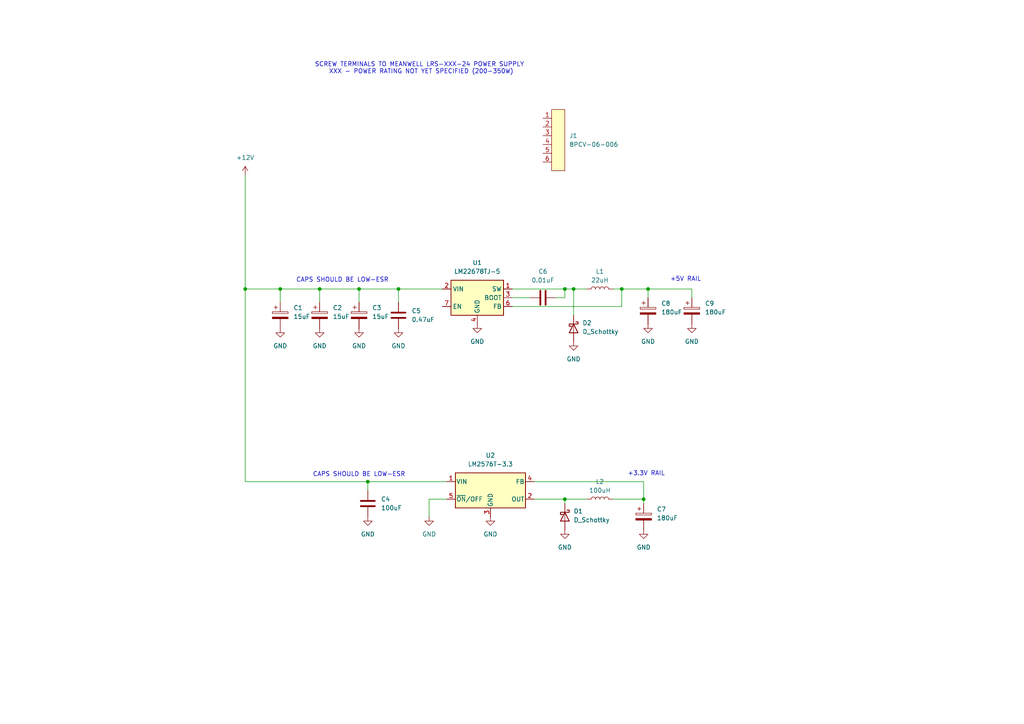
<source format=kicad_sch>
(kicad_sch (version 20231120) (generator "eeschema") (generator_version "8.0")
  (paper "A4")
  (lib_symbols
    (symbol "Device:C" (pin_numbers hide) (pin_names (offset 0.254))
      (property "Reference" "C" (at 0.635 2.54 0))
      (property "Value" "C" (at 0.635 -2.54 0))
      (symbol "C_0_1"
        (polyline (pts (xy -2.032 -0.762) (xy 2.032 -0.762)) (stroke (width 0.508)))
        (polyline (pts (xy -2.032 0.762) (xy 2.032 0.762)) (stroke (width 0.508)))
      )
      (symbol "C_1_1"
        (pin passive line (at 0 3.81 270) (length 2.794) (name "~") (number "1"))
        (pin passive line (at 0 -3.81 90) (length 2.794) (name "~") (number "2"))
      )
    )
    (symbol "Device:C_Polarized" (pin_numbers hide) (pin_names (offset 0.254))
      (property "Reference" "C" (at 0.635 2.54 0))
      (property "Value" "C_Polarized" (at 0.635 -2.54 0))
      (symbol "C_Polarized_0_1"
        (rectangle (start -2.286 0.508) (end 2.286 1.016))
        (polyline (pts (xy -1.778 2.286) (xy -0.762 2.286)))
        (polyline (pts (xy -1.27 2.794) (xy -1.27 1.778)))
        (rectangle (start 2.286 -0.508) (end -2.286 -1.016) (fill (type outline)))
      )
      (symbol "C_Polarized_1_1"
        (pin passive line (at 0 3.81 270) (length 2.794) (name "~") (number "1"))
        (pin passive line (at 0 -3.81 90) (length 2.794) (name "~") (number "2"))
      )
    )
    (symbol "Device:D_Schottky" (pin_numbers hide) (pin_names (offset 1.016) hide)
      (property "Reference" "D" (at 0 2.54 0))
      (property "Value" "D_Schottky" (at 0 -2.54 0))
      (symbol "D_Schottky_0_1"
        (polyline (pts (xy 1.27 0) (xy -1.27 0)))
        (polyline (pts (xy 1.27 1.27) (xy 1.27 -1.27) (xy -1.27 0) (xy 1.27 1.27)) (stroke (width 0.254)))
        (polyline (pts (xy -1.905 0.635) (xy -1.905 1.27) (xy -1.27 1.27) (xy -1.27 -1.27) (xy -0.635 -1.27) (xy -0.635 -0.635)) (stroke (width 0.254)))
      )
      (symbol "D_Schottky_1_1"
        (pin passive line (at -3.81 0 0) (length 2.54) (name "K") (number "1"))
        (pin passive line (at 3.81 0 180) (length 2.54) (name "A") (number "2"))
      )
    )
    (symbol "Device:L" (pin_numbers hide) (pin_names (offset 1.016) hide)
      (property "Reference" "L" (at -1.27 0 90))
      (property "Value" "L" (at 1.905 0 90))
      (symbol "L_0_1"
        (arc (start 0 -2.54) (mid 0.6323 -1.905) (end 0 -1.27))
        (arc (start 0 -1.27) (mid 0.6323 -0.635) (end 0 0))
        (arc (start 0 0) (mid 0.6323 0.635) (end 0 1.27))
        (arc (start 0 1.27) (mid 0.6323 1.905) (end 0 2.54))
      )
      (symbol "L_1_1"
        (pin passive line (at 0 3.81 270) (length 1.27) (name "1") (number "1"))
        (pin passive line (at 0 -3.81 90) (length 1.27) (name "2") (number "2"))
      )
    )
    (symbol "Regulator_Switching:LM22678TJ-5"
      (property "Reference" "U" (at -6.35 6.35 0))
      (property "Value" "LM22678TJ-5" (at 5.08 6.35 0))
      (symbol "LM22678TJ-5_0_1"
        (rectangle (start -7.62 5.08) (end 7.62 -5.08) (stroke (width 0.254)) (fill (type background)))
      )
      (symbol "LM22678TJ-5_1_1"
        (pin power_out line (at 10.16 2.54 180) (length 2.54) (name "SW") (number "1"))
        (pin power_in line (at -10.16 2.54 0) (length 2.54) (name "VIN") (number "2"))
        (pin passive line (at 10.16 0 180) (length 2.54) (name "BOOT") (number "3"))
        (pin power_in line (at 0 -7.62 90) (length 2.54) (name "GND") (number "4"))
        (pin no_connect line (at -7.62 0 0) (length 2.54) hide (name "NC") (number "5"))
        (pin input line (at 10.16 -2.54 180) (length 2.54) (name "FB") (number "6"))
        (pin input line (at -10.16 -2.54 0) (length 2.54) (name "EN") (number "7"))
        (pin passive line (at 0 -7.62 90) (length 2.54) hide (name "GND") (number "8"))
      )
    )
    (symbol "Regulator_Switching:LM2576T-3.3" (pin_names (offset 0.254))
      (property "Reference" "U" (at -10.16 6.35 0))
      (property "Value" "LM2576T-3.3" (at 0 6.35 0))
      (symbol "LM2576T-3.3_0_1"
        (rectangle (start -10.16 5.08) (end 10.16 -5.08) (stroke (width 0.254)) (fill (type background)))
      )
      (symbol "LM2576T-3.3_1_1"
        (pin power_in line (at -12.7 2.54 0) (length 2.54) (name "VIN") (number "1"))
        (pin output line (at 12.7 -2.54 180) (length 2.54) (name "OUT") (number "2"))
        (pin power_in line (at 0 -7.62 90) (length 2.54) (name "GND") (number "3"))
        (pin input line (at 12.7 2.54 180) (length 2.54) (name "FB") (number "4"))
        (pin input line (at -12.7 -2.54 0) (length 2.54) (name "~{ON}/OFF") (number "5"))
      )
    )
    (symbol "bh_part_library:8PCV-06-006" (in_bom no) (on_board no)
      (property "Reference" "J" (at 4.572 5.588 0))
      (property "Value" "8PCV-06-006" (at 5.08 3.048 0))
      (symbol "8PCV-06-006_1_1"
        (rectangle (start 2.54 -1.27) (end 6.35 -19.05) (fill (type background)))
        (pin power_in line (at 0 -3.81 0) (length 2.54) (name "") (number "1"))
        (pin power_in line (at 0 -6.35 0) (length 2.54) (name "") (number "2"))
        (pin power_in line (at 0 -8.89 0) (length 2.54) (name "") (number "3"))
        (pin power_in line (at 0 -11.43 0) (length 2.54) (name "") (number "4"))
        (pin power_in line (at 0 -13.97 0) (length 2.54) (name "") (number "5"))
        (pin power_in line (at 0 -16.51 0) (length 2.54) (name "") (number "6"))
      )
    )
    (symbol "power:+12V" (power) (pin_numbers hide) (pin_names (offset 0) hide)
      (property "Value" "+12V" (at 0 3.556 0))
      (symbol "+12V_0_1"
        (polyline (pts (xy -0.762 1.27) (xy 0 2.54)))
        (polyline (pts (xy 0 0) (xy 0 2.54)))
        (polyline (pts (xy 0 2.54) (xy 0.762 1.27)))
      )
      (symbol "+12V_1_1"
        (pin power_in line (at 0 0 90) (length 0) (name "~") (number "1"))
      )
    )
    (symbol "power:GND" (power) (pin_numbers hide) (pin_names (offset 0) hide)
      (property "Value" "GND" (at 0 -3.81 0))
      (symbol "GND_0_1"
        (polyline (pts (xy 0 0) (xy 0 -1.27) (xy 1.27 -1.27) (xy 0 -2.54) (xy -1.27 -1.27) (xy 0 -1.27)))
      )
      (symbol "GND_1_1"
        (pin power_in line (at 0 0 270) (length 0) (name "~") (number "1"))
      )
    )
  )
  (junction (at 71.12 83.82))
  (junction (at 186.69 144.78))
  (junction (at 92.71 83.82))
  (junction (at 104.14 83.82))
  (junction (at 163.83 83.82))
  (junction (at 187.96 83.82))
  (junction (at 166.37 83.82))
  (junction (at 180.34 83.82))
  (junction (at 106.68 139.7))
  (junction (at 115.57 83.82))
  (junction (at 163.83 144.78))
  (junction (at 81.28 83.82))
  (wire (pts (xy 106.68 139.7) (xy 106.68 142.24)))
  (wire (pts (xy 115.57 83.82) (xy 128.27 83.82)))
  (wire (pts (xy 187.96 83.82) (xy 200.66 83.82)))
  (wire (pts (xy 186.69 146.05) (xy 186.69 144.78)))
  (wire (pts (xy 154.94 139.7) (xy 186.69 139.7)))
  (wire (pts (xy 71.12 139.7) (xy 106.68 139.7)))
  (wire (pts (xy 177.8 83.82) (xy 180.34 83.82)))
  (wire (pts (xy 104.14 83.82) (xy 115.57 83.82)))
  (wire (pts (xy 81.28 83.82) (xy 92.71 83.82)))
  (wire (pts (xy 163.83 144.78) (xy 154.94 144.78)))
  (wire (pts (xy 177.8 144.78) (xy 186.69 144.78)))
  (wire (pts (xy 161.29 86.36) (xy 163.83 86.36)))
  (wire (pts (xy 163.83 146.05) (xy 163.83 144.78)))
  (wire (pts (xy 163.83 83.82) (xy 166.37 83.82)))
  (wire (pts (xy 200.66 83.82) (xy 200.66 86.36)))
  (wire (pts (xy 166.37 83.82) (xy 166.37 91.44)))
  (wire (pts (xy 71.12 83.82) (xy 81.28 83.82)))
  (wire (pts (xy 124.46 149.86) (xy 124.46 144.78)))
  (wire (pts (xy 115.57 83.82) (xy 115.57 87.63)))
  (wire (pts (xy 187.96 83.82) (xy 187.96 86.36)))
  (wire (pts (xy 186.69 139.7) (xy 186.69 144.78)))
  (wire (pts (xy 71.12 50.8) (xy 71.12 83.82)))
  (wire (pts (xy 148.59 86.36) (xy 153.67 86.36)))
  (wire (pts (xy 92.71 83.82) (xy 92.71 87.63)))
  (wire (pts (xy 166.37 83.82) (xy 170.18 83.82)))
  (wire (pts (xy 71.12 83.82) (xy 71.12 139.7)))
  (wire (pts (xy 148.59 83.82) (xy 163.83 83.82)))
  (wire (pts (xy 92.71 83.82) (xy 104.14 83.82)))
  (wire (pts (xy 106.68 139.7) (xy 129.54 139.7)))
  (wire (pts (xy 180.34 83.82) (xy 180.34 88.9)))
  (wire (pts (xy 163.83 144.78) (xy 170.18 144.78)))
  (wire (pts (xy 124.46 144.78) (xy 129.54 144.78)))
  (wire (pts (xy 180.34 88.9) (xy 148.59 88.9)))
  (wire (pts (xy 104.14 83.82) (xy 104.14 87.63)))
  (wire (pts (xy 81.28 83.82) (xy 81.28 87.63)))
  (wire (pts (xy 163.83 86.36) (xy 163.83 83.82)))
  (wire (pts (xy 180.34 83.82) (xy 187.96 83.82)))
  (text "+3.3V RAIL\n" (at 187.452 137.414 0) (effects (font (size 1.27 1.27))))
  (text "SCREW TERMINALS TO MEANWELL LRS-XXX-24 POWER SUPPLY \nXXX - POWER RATING NOT YET SPECIFIED (200-350W)\n" (at 122.174 19.812 0) (effects (font (size 1.27 1.27))))
  (text "CAPS SHOULD BE LOW-ESR\n" (at 99.314 81.28 0) (effects (font (size 1.27 1.27))))
  (text "+5V RAIL\n" (at 198.882 81.026 0) (effects (font (size 1.27 1.27))))
  (text "CAPS SHOULD BE LOW-ESR\n" (at 104.14 137.668 0) (effects (font (size 1.27 1.27))))
  (symbol (lib_id "power:GND") (at 106.68 149.86 0) (unit 1)
    (property "Reference" "#PWR05" (effects (hide yes)))
    (property "Value" "GND" (at 106.68 154.94 0))
    (property "Description" "Power symbol creates a global label with name \"GND\" , ground" (effects (hide yes)))
  )
  (symbol (lib_id "power:GND") (at 115.57 95.25 0) (unit 1)
    (property "Reference" "#PWR06" (effects (hide yes)))
    (property "Value" "GND" (at 115.57 100.33 0))
    (property "Description" "Power symbol creates a global label with name \"GND\" , ground" (effects (hide yes)))
  )
  (symbol (lib_id "power:GND") (at 104.14 95.25 0) (unit 1)
    (property "Reference" "#PWR04" (effects (hide yes)))
    (property "Value" "GND" (at 104.14 100.33 0))
    (property "Description" "Power symbol creates a global label with name \"GND\" , ground" (effects (hide yes)))
  )
  (symbol (lib_id "Device:C") (at 157.48 86.36 90) (unit 1)
    (property "Reference" "C6" (at 157.48 78.74 90))
    (property "Value" "0.01uF" (at 157.48 81.28 90))
    (property "Description" "Unpolarized capacitor" (effects (hide yes)))
  )
  (symbol (lib_id "power:GND") (at 124.46 149.86 0) (unit 1)
    (property "Reference" "#PWR07" (effects (hide yes)))
    (property "Value" "GND" (at 124.46 154.94 0))
    (property "Description" "Power symbol creates a global label with name \"GND\" , ground" (effects (hide yes)))
  )
  (symbol (lib_id "power:+12V") (at 71.12 50.8 0) (unit 1)
    (property "Reference" "#PWR01" (effects (hide yes)))
    (property "Value" "+12V" (at 71.12 45.72 0))
    (property "Description" "Power symbol creates a global label with name \"+12V\"" (effects (hide yes)))
  )
  (symbol (lib_id "power:GND") (at 138.43 93.98 0) (unit 1)
    (property "Reference" "#PWR08" (effects (hide yes)))
    (property "Value" "GND" (at 138.43 99.06 0))
    (property "Description" "Power symbol creates a global label with name \"GND\" , ground" (effects (hide yes)))
  )
  (symbol (lib_id "Device:C") (at 106.68 146.05 0) (unit 1)
    (property "Reference" "C4" (at 110.49 144.7799 0) (effects (justify left)))
    (property "Value" "100uF" (at 110.49 147.3199 0) (effects (justify left)))
    (property "Description" "Unpolarized capacitor" (effects (hide yes)))
  )
  (symbol (lib_id "Device:L") (at 173.99 144.78 90) (unit 1)
    (property "Reference" "L2" (at 173.99 139.7 90))
    (property "Value" "100uH" (at 173.99 142.24 90))
    (property "Description" "Inductor" (effects (hide yes)))
  )
  (symbol (lib_id "Regulator_Switching:LM22678TJ-5") (at 138.43 86.36 0) (unit 1)
    (property "Reference" "U1" (at 138.43 76.2 0))
    (property "Value" "LM22678TJ-5" (at 138.43 78.74 0))
    (property "Footprint" "Package_TO_SOT_THT:TO-220-7_P2.54x3.7mm_StaggerOdd_Lead3.8mm_Vertical" (effects (hide yes)))
    (property "Datasheet" "https://www.ti.com/lit/ds/symlink/lm22678.pdf" (effects (hide yes)))
    (property "Description" "5A Step-Down Switching Voltage Regulater, 4.5-42V Input, 5V Output, 500kHz Switching Frequency, TO-263" (effects (hide yes)))
  )
  (symbol (lib_id "power:GND") (at 92.71 95.25 0) (unit 1)
    (property "Reference" "#PWR03" (effects (hide yes)))
    (property "Value" "GND" (at 92.71 100.33 0))
    (property "Description" "Power symbol creates a global label with name \"GND\" , ground" (effects (hide yes)))
  )
  (symbol (lib_id "Device:D_Schottky") (at 166.37 95.25 270) (unit 1)
    (property "Reference" "D2" (at 168.91 93.6624 90) (effects (justify left)))
    (property "Value" "D_Schottky" (at 168.91 96.2024 90) (effects (justify left)))
    (property "Description" "Schottky diode" (effects (hide yes)))
  )
  (symbol (lib_id "Device:C_Polarized") (at 81.28 91.44 0) (unit 1)
    (property "Reference" "C1" (at 85.09 89.2809 0) (effects (justify left)))
    (property "Value" "15uF" (at 85.09 91.8209 0) (effects (justify left)))
    (property "Description" "Polarized capacitor" (effects (hide yes)))
  )
  (symbol (lib_id "bh_part_library:8PCV-06-006") (at 157.48 30.48 0) (unit 1) (in_bom no) (on_board no)
    (property "Reference" "J1" (at 165.1 39.3699 0) (effects (justify left)))
    (property "Value" "8PCV-06-006" (at 165.1 41.9099 0) (effects (justify left)))
    (property "Description" "6POS TERMINAL BLOCK" (effects (hide yes)))
    (property "Digikey" "https://www.digikey.ca/en/products/detail/te-connectivity-amp-connectors/8PCV-06-006/1832530" (effects (hide yes)))
  )
  (symbol (lib_id "Device:C_Polarized") (at 104.14 91.44 0) (unit 1)
    (property "Reference" "C3" (at 107.95 89.2809 0) (effects (justify left)))
    (property "Value" "15uF" (at 107.95 91.8209 0) (effects (justify left)))
    (property "Description" "Polarized capacitor" (effects (hide yes)))
  )
  (symbol (lib_id "power:GND") (at 142.24 149.86 0) (unit 1)
    (property "Reference" "#PWR09" (effects (hide yes)))
    (property "Value" "GND" (at 142.24 154.94 0))
    (property "Description" "Power symbol creates a global label with name \"GND\" , ground" (effects (hide yes)))
  )
  (symbol (lib_id "power:GND") (at 166.37 99.06 0) (unit 1)
    (property "Reference" "#PWR011" (effects (hide yes)))
    (property "Value" "GND" (at 166.37 104.14 0))
    (property "Description" "Power symbol creates a global label with name \"GND\" , ground" (effects (hide yes)))
  )
  (symbol (lib_id "Device:C") (at 115.57 91.44 0) (unit 1)
    (property "Reference" "C5" (at 119.38 90.1699 0) (effects (justify left)))
    (property "Value" "0.47uF" (at 119.38 92.7099 0) (effects (justify left)))
    (property "Description" "Unpolarized capacitor" (effects (hide yes)))
  )
  (symbol (lib_id "Regulator_Switching:LM2576T-3.3") (at 142.24 142.24 0) (unit 1)
    (property "Reference" "U2" (at 142.24 132.08 0))
    (property "Value" "LM2576T-3.3" (at 142.24 134.62 0))
    (property "Footprint" "Package_TO_SOT_THT:TO-220-5_Vertical" (effects (hide yes)))
    (property "Datasheet" "http://www.ti.com/lit/ds/symlink/lm2576.pdf" (effects (hide yes)))
    (property "Description" "3.3V, 3A SIMPLE SWITCHER® Step-Down Voltage Regulator, TO-220-5" (effects (hide yes)))
  )
  (symbol (lib_id "Device:C_Polarized") (at 186.69 149.86 0) (unit 1)
    (property "Reference" "C7" (at 190.5 147.7009 0) (effects (justify left)))
    (property "Value" "180uF" (at 190.5 150.2409 0) (effects (justify left)))
    (property "Description" "Polarized capacitor" (effects (hide yes)))
  )
  (symbol (lib_id "Device:D_Schottky") (at 163.83 149.86 270) (unit 1)
    (property "Reference" "D1" (at 166.37 148.2724 90) (effects (justify left)))
    (property "Value" "D_Schottky" (at 166.37 150.8124 90) (effects (justify left)))
    (property "Description" "Schottky diode" (effects (hide yes)))
  )
  (symbol (lib_id "Device:C_Polarized") (at 92.71 91.44 0) (unit 1)
    (property "Reference" "C2" (at 96.52 89.2809 0) (effects (justify left)))
    (property "Value" "15uF" (at 96.52 91.8209 0) (effects (justify left)))
    (property "Description" "Polarized capacitor" (effects (hide yes)))
  )
  (symbol (lib_id "Device:C_Polarized") (at 200.66 90.17 0) (unit 1)
    (property "Reference" "C9" (at 204.47 88.0109 0) (effects (justify left)))
    (property "Value" "180uF" (at 204.47 90.5509 0) (effects (justify left)))
    (property "Description" "Polarized capacitor" (effects (hide yes)))
  )
  (symbol (lib_id "Device:C_Polarized") (at 187.96 90.17 0) (unit 1)
    (property "Reference" "C8" (at 191.77 88.0109 0) (effects (justify left)))
    (property "Value" "180uF" (at 191.77 90.5509 0) (effects (justify left)))
    (property "Description" "Polarized capacitor" (effects (hide yes)))
  )
  (symbol (lib_id "power:GND") (at 200.66 93.98 0) (unit 1)
    (property "Reference" "#PWR014" (effects (hide yes)))
    (property "Value" "GND" (at 200.66 99.06 0))
    (property "Description" "Power symbol creates a global label with name \"GND\" , ground" (effects (hide yes)))
  )
  (symbol (lib_id "power:GND") (at 81.28 95.25 0) (unit 1)
    (property "Reference" "#PWR02" (effects (hide yes)))
    (property "Value" "GND" (at 81.28 100.33 0))
    (property "Description" "Power symbol creates a global label with name \"GND\" , ground" (effects (hide yes)))
  )
  (symbol (lib_id "Device:L") (at 173.99 83.82 90) (unit 1)
    (property "Reference" "L1" (at 173.99 78.74 90))
    (property "Value" "22uH" (at 173.99 81.28 90))
    (property "Description" "Inductor" (effects (hide yes)))
  )
  (symbol (lib_id "power:GND") (at 187.96 93.98 0) (unit 1)
    (property "Reference" "#PWR013" (effects (hide yes)))
    (property "Value" "GND" (at 187.96 99.06 0))
    (property "Description" "Power symbol creates a global label with name \"GND\" , ground" (effects (hide yes)))
  )
  (symbol (lib_id "power:GND") (at 186.69 153.67 0) (unit 1)
    (property "Reference" "#PWR012" (effects (hide yes)))
    (property "Value" "GND" (at 186.69 158.75 0))
    (property "Description" "Power symbol creates a global label with name \"GND\" , ground" (effects (hide yes)))
  )
  (symbol (lib_id "power:GND") (at 163.83 153.67 0) (unit 1)
    (property "Reference" "#PWR010" (effects (hide yes)))
    (property "Value" "GND" (at 163.83 158.75 0))
    (property "Description" "Power symbol creates a global label with name \"GND\" , ground" (effects (hide yes)))
  )
)
</source>
